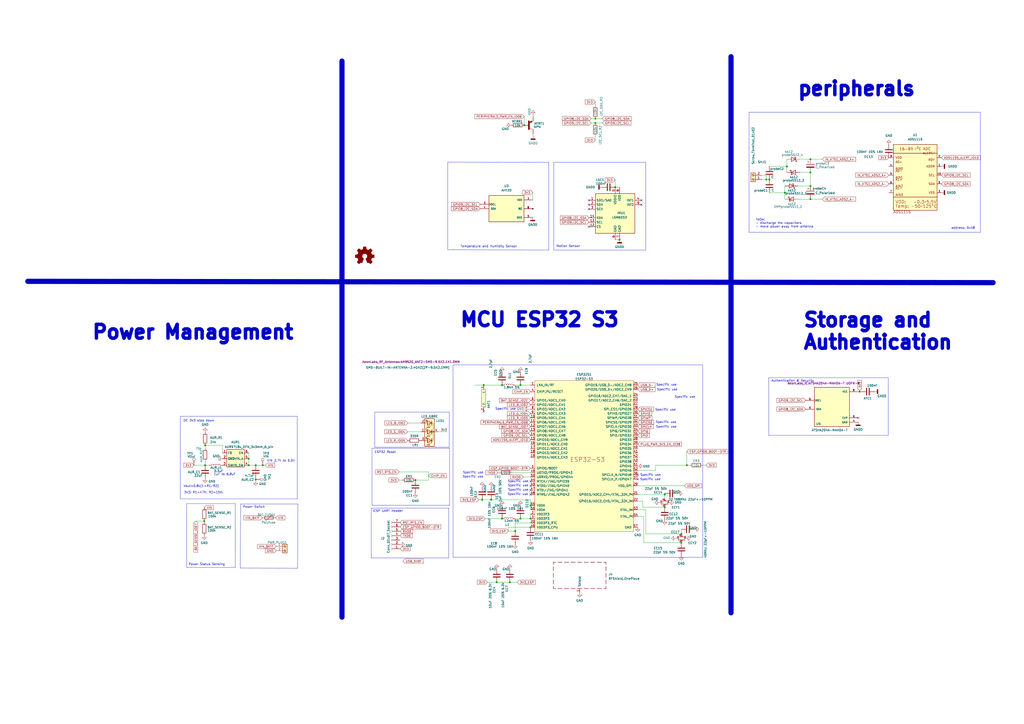
<source format=kicad_sch>
(kicad_sch (version 20240101) (generator "eeschema") (generator_version "8.99")
  (paper "A2")
  (lib_symbols
    (symbol "AeonLabs_Sensors:ADS1115" (pin_names (offset 1.016))
      (property "Reference" "U" (at -12.7024 19.6887 0))
      (property "Value" "ADS1115" (at 0 0 0))
      (symbol "ADS1115_0_0"
        (text "-0.3~5.5V" (at -1.2717 -15.2604 0) (effects (font (size 1.7804 1.7804)) (justify left bottom)))
        (text "-50~125°C" (at -2.5418 -17.7925 0) (effects (font (size 1.7793 1.7793)) (justify left bottom)))
        (text "16-Bit I²C ADC" (at 0 16.513 0) (effects (font (size 1.5243 1.5243))))
        (text "A0+" (at -11.4486 8.9045 0) (effects (font (size 1.2721 1.2721)) (justify left)))
        (text "A0-" (at -11.4302 3.8101 0) (effects (font (size 1.27 1.27)) (justify left)))
        (text "A1+" (at -11.4373 -1.2708 0) (effects (font (size 1.2708 1.2708)) (justify left)))
        (text "A1-" (at -11.4484 -6.3603 0) (effects (font (size 1.272 1.272)) (justify left)))
        (text "ADDR" (at 11.4447 6.3582 0) (effects (font (size 1.2716 1.2716)) (justify right)))
        (text "ADS1115" (at -12.7079 -20.9681 0) (effects (font (size 1.525 1.525)) (justify left bottom)))
        (text "AIN0" (at -11.4486 5.0924 0) (effects (font (size 1.2721 1.2721)) (justify left)))
        (text "AIN1" (at -11.4302 0 0) (effects (font (size 1.27 1.27)) (justify left)))
        (text "AIN2" (at -11.4373 -5.0816 0) (effects (font (size 1.2708 1.2708)) (justify left)))
        (text "AIN3" (at -11.4484 -10.1723 0) (effects (font (size 1.272 1.272)) (justify left)))
        (text "ALERT/" (at 11.4389 13.9809 0) (effects (font (size 1.271 1.271)) (justify right)))
        (text "RDY" (at 11.4389 10.1699 0) (effects (font (size 1.271 1.271)) (justify right)))
        (text "SCL" (at 11.4523 1.2725 0) (effects (font (size 1.2725 1.2725)) (justify right)))
        (text "SDA" (at 11.4503 -3.8168 0) (effects (font (size 1.2723 1.2723)) (justify right)))
        (text "Temp:" (at -11.4321 -17.7833 0) (effects (font (size 1.7783 1.7783)) (justify left bottom)))
        (text "VDD" (at -11.4468 11.4468 0) (effects (font (size 1.2719 1.2719)) (justify left)))
        (text "VDD:" (at -11.4341 -15.2454 0) (effects (font (size 1.7786 1.7786)) (justify left bottom)))
        (text "VSS" (at 11.4432 -8.9003 0) (effects (font (size 1.2715 1.2715)) (justify right)))
        (pin bidirectional line (at 15.24 6.35 180) (length 2.54) (name "~") (number "1"))
        (pin bidirectional line (at 15.24 1.27 180) (length 2.54) (name "~") (number "10"))
        (pin bidirectional line (at 15.24 11.43 180) (length 2.54) (name "~") (number "2"))
        (pin bidirectional line (at 15.24 -8.89 180) (length 2.54) (name "~") (number "3"))
        (pin bidirectional line (at -15.24 6.35 0) (length 2.54) (name "~") (number "4"))
        (pin bidirectional line (at -15.24 1.27 0) (length 2.54) (name "~") (number "5"))
        (pin bidirectional line (at -15.24 -3.81 0) (length 2.54) (name "~") (number "6"))
        (pin bidirectional line (at -15.24 -8.89 0) (length 2.54) (name "~") (number "7"))
        (pin bidirectional line (at -15.24 11.43 0) (length 2.54) (name "~") (number "8"))
        (pin bidirectional line (at 15.24 -3.81 180) (length 2.54) (name "~") (number "9"))
      )
    )
    (symbol "Connector:Conn_01x07_Socket" (pin_names (offset 1.016) hide)
      (property "Reference" "J" (at 0 10.16 0))
      (property "Value" "Conn_01x07_Socket" (at 0 -10.16 0))
      (symbol "Conn_01x07_Socket_1_1"
        (pin passive line (at -5.08 7.62 0) (length 3.81) (name "Pin_1") (number "1"))
        (pin passive line (at -5.08 5.08 0) (length 3.81) (name "Pin_2") (number "2"))
        (pin passive line (at -5.08 2.54 0) (length 3.81) (name "Pin_3") (number "3"))
        (pin passive line (at -5.08 0 0) (length 3.81) (name "Pin_4") (number "4"))
        (pin passive line (at -5.08 -2.54 0) (length 3.81) (name "Pin_5") (number "5"))
        (pin passive line (at -5.08 -5.08 0) (length 3.81) (name "Pin_6") (number "6"))
        (pin passive line (at -5.08 -7.62 0) (length 3.81) (name "Pin_7") (number "7"))
      )
    )
    (symbol "Connector:Screw_Terminal_01x02" (pin_names (offset 1.016) hide)
      (property "Reference" "J" (at 0 2.54 0))
      (property "Value" "Screw_Terminal_01x02" (at 0 -5.08 0))
      (symbol "Screw_Terminal_01x02_1_1"
        (pin passive line (at -5.08 0 0) (length 3.81) (name "Pin_1") (number "1"))
        (pin passive line (at -5.08 -2.54 0) (length 3.81) (name "Pin_2") (number "2"))
      )
    )
    (symbol "Connector:TestPoint" (pin_numbers hide) (pin_names (offset 0.762) hide)
      (property "Reference" "TP" (at 0 6.858 0))
      (property "Value" "TestPoint" (at 0 5.08 0))
      (symbol "TestPoint_1_1"
        (pin passive line (at 0 0 90) (length 2.54) (name "1") (number "1"))
      )
    )
    (symbol "Device:ATSHA204A-MAHDA-T" (pin_names (offset 1.016))
      (property "Reference" "U" (at -9.906 7.62 0))
      (property "Value" "ATSHA204A-MAHDA-T" (at -10.1854 -15.2654 0))
      (property "Footprint" "Package_SO:ATSHA204A Auth SOIC8" (at -7.112 14.478 0))
      (symbol "ATSHA204A-MAHDA-T_0_0"
        (pin power_in line (at 15.24 -10.16 180) (length 5.08) (name "GND") (number "4"))
        (pin bidirectional line (at -15.24 -2.54 0) (length 5.08) (name "SDA") (number "5"))
        (pin input clock (at -15.24 2.54 0) (length 5.08) (name "SCL") (number "6"))
        (pin power_in line (at 15.24 7.62 180) (length 5.08) (name "VCC") (number "8"))
        (pin power_in line (at 15.24 -7.62 180) (length 5.08) (name "EXP") (number "9"))
      )
    )
    (symbol "Device:C" (pin_numbers hide) (pin_names (offset 0.254))
      (property "Reference" "C" (at 0.635 2.54 0))
      (property "Value" "C" (at 0.635 -2.54 0))
      (symbol "C_1_1"
        (pin passive line (at 0 3.81 270) (length 2.794) (name "~") (number "1"))
        (pin passive line (at 0 -3.81 90) (length 2.794) (name "~") (number "2"))
      )
    )
    (symbol "Device:C_Polarized" (pin_numbers hide) (pin_names (offset 0.254))
      (property "Reference" "C" (at 0.635 2.54 0))
      (property "Value" "C_Polarized" (at 0.635 -2.54 0))
      (symbol "C_Polarized_1_1"
        (pin passive line (at 0 3.81 270) (length 2.794) (name "~") (number "1"))
        (pin passive line (at 0 -3.81 90) (length 2.794) (name "~") (number "2"))
      )
    )
    (symbol "Device:Crystal_GND24_Small" (pin_names (offset 1.016) hide)
      (property "Reference" "Y" (at 1.27 4.445 0))
      (property "Value" "Crystal_GND24_Small" (at 1.27 2.54 0))
      (symbol "Crystal_GND24_Small_1_1"
        (pin passive line (at -2.54 0 0) (length 1.27) (name "1") (number "1"))
        (pin passive line (at 0 -2.54 90) (length 0.635) (name "2") (number "2"))
        (pin passive line (at 2.54 0 180) (length 1.27) (name "3") (number "3"))
        (pin passive line (at 0 2.54 270) (length 0.635) (name "4") (number "4"))
      )
    )
    (symbol "Device:D_Schottky" (pin_numbers hide) (pin_names (offset 1.016) hide)
      (property "Reference" "D" (at 0 2.54 0))
      (property "Value" "D_Schottky" (at 0 -2.54 0))
      (symbol "D_Schottky_1_1"
        (pin passive line (at -3.81 0 0) (length 2.54) (name "K") (number "1"))
        (pin passive line (at 3.81 0 180) (length 2.54) (name "A") (number "2"))
      )
    )
    (symbol "Device:L" (pin_numbers hide) (pin_names (offset 1.016) hide)
      (property "Reference" "L" (at -1.27 0 90))
      (property "Value" "L" (at 1.905 0 90))
      (symbol "L_1_1"
        (pin passive line (at 0 3.81 270) (length 1.27) (name "1") (number "1"))
        (pin passive line (at 0 -3.81 90) (length 1.27) (name "2") (number "2"))
      )
    )
    (symbol "Device:LED_GBRC" (pin_names (offset 0) hide)
      (property "Reference" "D" (at 0 9.398 0))
      (property "Value" "Device_LED_GBRC" (at 0 -8.89 0))
      (symbol "LED_GBRC_0_0"
        (text "B" (at 1.905 -6.35 0) (effects (font (size 1.27 1.27))))
        (text "G" (at 1.905 -1.27 0) (effects (font (size 1.27 1.27))))
        (text "R" (at 1.905 3.81 0) (effects (font (size 1.27 1.27))))
      )
      (symbol "LED_GBRC_1_1"
        (pin passive line (at 5.08 0 180) (length 2.54) (name "GA") (number "1"))
        (pin passive line (at 5.08 -5.08 180) (length 2.54) (name "BA") (number "2"))
        (pin passive line (at 5.08 5.08 180) (length 2.54) (name "RA") (number "3"))
        (pin passive line (at -5.08 0 0) (length 2.54) (name "K") (number "4"))
      )
    )
    (symbol "Device:Polyfuse" (pin_numbers hide) (pin_names (offset 0))
      (property "Reference" "F" (at -2.54 0 90))
      (property "Value" "Polyfuse" (at 2.54 0 90))
      (symbol "Polyfuse_1_1"
        (pin passive line (at 0 3.81 270) (length 1.27) (name "~") (number "1"))
        (pin passive line (at 0 -3.81 90) (length 1.27) (name "~") (number "2"))
      )
    )
    (symbol "Device:R" (pin_numbers hide) (pin_names (offset 0))
      (property "Reference" "R" (at 2.032 0 90))
      (property "Value" "R" (at 0 0 90))
      (symbol "R_1_1"
        (pin passive line (at 0 3.81 270) (length 1.27) (name "~") (number "1"))
        (pin passive line (at 0 -3.81 90) (length 1.27) (name "~") (number "2"))
      )
    )
    (symbol "Device:RFShield_OnePiece" (pin_names (offset 1.016))
      (property "Reference" "J" (at 0 5.08 0))
      (property "Value" "RFShield_OnePiece" (at 0 2.54 0))
      (symbol "RFShield_OnePiece_1_1"
        (pin passive line (at 0 -10.16 90) (length 2.54) (name "Shield") (number "1"))
      )
    )
    (symbol "Device:SMD-BUILT-IN-ANTENNA-2.4GHZ(2P-9.5X2.1MM)" (pin_names (offset 1.016))
      (property "Reference" "ANT" (at -2.54 1.905 0))
      (property "Footprint" "RF_Antenna:AN9520_ANT2-SMD-9.5X2.1X1.0MM" (at -7.62 5.08 0))
      (symbol "SMD-BUILT-IN-ANTENNA-2.4GHZ(2P-9.5X2.1MM)_0_0"
        (pin bidirectional line (at -7.62 0 0) (length 2.54) (name "1") (number "1"))
        (pin bidirectional line (at 7.62 0 180) (length 2.54) (name "2") (number "2"))
      )
    )
    (symbol "Espressif:ESP32-S3" (pin_names (offset 1.016))
      (property "Reference" "U" (at 0 46.99 0))
      (property "Value" "ESP32-S3" (at 0 -43.18 0))
      (symbol "ESP32-S3_0_0"
        (text "ESP32-S3" (at 1.27 0 0) (effects (font (size 2.54 2.54))))
        (pin bidirectional line (at 30.48 -8.89 180) (length 2.54) (name "SPICLK_N/GPIO48") (number "36"))
        (pin bidirectional line (at 30.48 -11.43 180) (length 2.54) (name "SPICLK_P/GPIO47") (number "37"))
      )
      (symbol "ESP32-S3_1_1"
        (pin bidirectional line (at -31.75 43.18 0) (length 2.54) (name "LNA_IN/RF") (number "1"))
        (pin bidirectional line (at -31.75 24.13 0) (length 2.54) (name "GPIO5/ADC1_CH4") (number "10"))
        (pin bidirectional line (at -31.75 21.59 0) (length 2.54) (name "GPIO6/ADC1_CH5") (number "11"))
        (pin bidirectional line (at -31.75 19.05 0) (length 2.54) (name "GPIO7/ADC1_CH6") (number "12"))
        (pin bidirectional line (at -31.75 16.51 0) (length 2.54) (name "GPIO8/ADC1_CH7") (number "13"))
        (pin bidirectional line (at -31.75 13.97 0) (length 2.54) (name "GPIO9/ADC1_CH8") (number "14"))
        (pin bidirectional line (at -31.75 11.43 0) (length 2.54) (name "GPIO10/ADC1_CH9") (number "15"))
        (pin bidirectional line (at -31.75 8.89 0) (length 2.54) (name "GPIO11/ADC2_CH0") (number "16"))
        (pin bidirectional line (at -31.75 6.35 0) (length 2.54) (name "GPIO12/ADC2_CH1") (number "17"))
        (pin bidirectional line (at -31.75 3.81 0) (length 2.54) (name "GPIO13/ADC2_CH2") (number "18"))
        (pin bidirectional line (at -31.75 1.27 0) (length 2.54) (name "GPIO14/ADC2_CH3") (number "19"))
        (pin power_in line (at -31.75 -31.75 0) (length 2.54) (name "VDD3P3") (number "2"))
        (pin power_in line (at -31.75 -36.83 0) (length 2.54) (name "VDD3P3_RTC") (number "20"))
        (pin input clock (at 30.48 -20.32 180) (length 2.54) (name "GPIO15/ADC2_CH4/XTAL_32K_P") (number "21"))
        (pin output clock (at 30.48 -24.13 180) (length 2.54) (name "GPIO16/ADC2_CH5/XTAL_32K_N") (number "22"))
        (pin bidirectional line (at 30.48 34.29 180) (length 2.54) (name "GPIO17/ADC2_CH6/DAC_2") (number "23"))
        (pin bidirectional line (at 30.48 36.83 180) (length 2.54) (name "GPIO18/ADC2_CH7/DAC_1") (number "24"))
        (pin bidirectional line (at 30.48 43.18 180) (length 2.54) (name "GPIO19/USB_D-/ADC2_CH8") (number "25"))
        (pin bidirectional line (at 30.48 40.64 180) (length 2.54) (name "GPIO20/USB_D+/ADC2_CH9") (number "26"))
        (pin bidirectional line (at 30.48 31.75 180) (length 2.54) (name "GPIO21") (number "27"))
        (pin bidirectional line (at 30.48 29.21 180) (length 2.54) (name "SPI_CS1/GPIO26") (number "28"))
        (pin power_out line (at 30.48 -15.24 180) (length 2.54) (name "VDD_SPI") (number "29"))
        (pin power_in line (at -31.75 -34.29 0) (length 2.54) (name "VDD3P3") (number "3"))
        (pin bidirectional line (at 30.48 26.67 180) (length 2.54) (name "SPIHD/GPIO27") (number "30"))
        (pin bidirectional line (at 30.48 24.13 180) (length 2.54) (name "SPIWP/GPIO28") (number "31"))
        (pin bidirectional line (at 30.48 21.59 180) (length 2.54) (name "SPICS0/GPIO29") (number "32"))
        (pin bidirectional line (at 30.48 19.05 180) (length 2.54) (name "SPICLK/GPIO30") (number "33"))
        (pin bidirectional line (at 30.48 16.51 180) (length 2.54) (name "SPIQ/GPIO31") (number "34"))
        (pin bidirectional line (at 30.48 13.97 180) (length 2.54) (name "SPID/GPIO32") (number "35"))
        (pin bidirectional line (at 30.48 11.43 180) (length 2.54) (name "GPIO33") (number "38"))
        (pin bidirectional line (at 30.48 8.89 180) (length 2.54) (name "GPIO34") (number "39"))
        (pin input line (at -31.75 39.37 0) (length 2.54) (name "CHIP_PU/RESET") (number "4"))
        (pin bidirectional line (at 30.48 6.35 180) (length 2.54) (name "GPIO35") (number "40"))
        (pin bidirectional line (at 30.48 3.81 180) (length 2.54) (name "GPIO36") (number "41"))
        (pin bidirectional line (at 30.48 1.27 180) (length 2.54) (name "GPIO37") (number "42"))
        (pin bidirectional line (at 30.48 -1.27 180) (length 2.54) (name "GPIO38") (number "43"))
        (pin bidirectional line (at -31.75 -12.7 0) (length 2.54) (name "MTCK/JTAG/GPIO39") (number "44"))
        (pin bidirectional line (at -31.75 -15.24 0) (length 2.54) (name "MTDO/JTAG/GPIO40") (number "45"))
        (pin power_in line (at -31.75 -39.37 0) (length 2.54) (name "VDD3P3_CPU") (number "46"))
        (pin bidirectional line (at -31.75 -17.78 0) (length 2.54) (name "MTDI/JTAG/GPIO41") (number "47"))
        (pin bidirectional line (at -31.75 -20.32 0) (length 2.54) (name "MTMS/JTAG/GPIO42") (number "48"))
        (pin bidirectional line (at -31.75 -7.62 0) (length 2.54) (name "U0TXD/PROG/GPIO43") (number "49"))
        (pin bidirectional line (at -31.75 -5.08 0) (length 2.54) (name "GPIO0/BOOT") (number "5"))
        (pin bidirectional line (at -31.75 -10.16 0) (length 2.54) (name "U0RXD/PROG/GPIO44") (number "50"))
        (pin bidirectional line (at 30.48 -3.81 180) (length 2.54) (name "GPIO45") (number "51"))
        (pin bidirectional line (at 30.48 -6.35 180) (length 2.54) (name "GPIO46") (number "52"))
        (pin input clock (at 30.48 -29.21 180) (length 2.54) (name "XTAL_N") (number "53"))
        (pin output clock (at 30.48 -33.02 180) (length 2.54) (name "XTAL_P") (number "54"))
        (pin power_in line (at -31.75 -26.67 0) (length 2.54) (name "VDDA") (number "55"))
        (pin power_in line (at -31.75 -29.21 0) (length 2.54) (name "VDDA") (number "56"))
        (pin power_in line (at 30.48 -39.37 180) (length 2.54) (name "GND") (number "57"))
        (pin bidirectional line (at -31.75 34.29 0) (length 2.54) (name "GPIO1/ADC1_CH0") (number "6"))
        (pin bidirectional line (at -31.75 31.75 0) (length 2.54) (name "GPIO2/ADC1_CH1") (number "7"))
        (pin bidirectional line (at -31.75 29.21 0) (length 2.54) (name "GPIO3/ADC1_CH2") (number "8"))
        (pin bidirectional line (at -31.75 26.67 0) (length 2.54) (name "GPIO4/ADC1_CH3") (number "9"))
      )
    )
    (symbol "Graphic:Logo_Open_Hardware_Small" (pin_names (offset 1.016)))
    (symbol "MMBT2907A:MMBT2907A" (pin_numbers hide) (pin_names (offset 1.016) hide)
      (property "Reference" "Q" (at -10.1854 5.1054 0))
      (property "Value" "MMBT2907A_MMBT2907A" (at -10.16 -7.62 0))
      (symbol "MMBT2907A_0_0"
        (pin passive line (at -2.54 0 0) (length 2.54) (name "~") (number "1"))
        (pin passive line (at 2.54 5.08 270) (length 2.54) (name "~") (number "2"))
        (pin passive line (at 2.54 -5.08 90) (length 2.54) (name "~") (number "3"))
      )
    )
    (symbol "Power_Management:ST01S09_AUR9718x_DFN_3x3mm_6_pin"
      (property "Reference" "AU1" (at -2.54 10.033 0))
      (property "Value" "AUR9718x_DFN_3x3mm_6_pin" (at -2.54 7.493 0))
      (symbol "ST01S09_AUR9718x_DFN_3x3mm_6_pin_1_1"
        (pin input line (at -10.16 3.048 0) (length 2.54) (name "FB") (number "1"))
        (pin output line (at -10.16 -0.254 0) (length 2.54) (name "GND") (number "2"))
        (pin bidirectional line (at -10.16 -4.064 0) (length 2.54) (name "SW") (number "3"))
        (pin input line (at 5.08 -4.064 180) (length 2.54) (name "VIN_SW") (number "4"))
        (pin power_out line (at 5.08 -0.254 180) (length 2.54) (name "VIN_A") (number "5"))
        (pin power_in line (at 5.08 3.048 180) (length 2.54) (name "EN") (number "6"))
        (pin output line (at -10.16 -0.254 0) (length 2.54) (name "GND") (number "7"))
      )
    )
    (symbol "Sensor:AHT20" (pin_names (offset 1.016))
      (property "Reference" "U" (at -10.16 8.509 0))
      (property "Value" "AHT20" (at -10.16 -10.16 0))
      (symbol "AHT20_0_0"
        (pin no_connect line (at 15.24 0 180) (length 5.08) (name "NC") (number "1"))
        (pin power_in line (at 15.24 5.08 180) (length 5.08) (name "VDD") (number "2"))
        (pin input clock (at -15.24 2.54 0) (length 5.08) (name "SCL") (number "3"))
        (pin bidirectional line (at -15.24 0 0) (length 5.08) (name "SDA") (number "4"))
        (pin power_in line (at 15.24 -5.08 180) (length 5.08) (name "GND") (number "5"))
        (pin no_connect line (at 15.24 0 180) (length 5.08) (name "NC") (number "6"))
      )
    )
    (symbol "Sensor_Motion:LSM6DS3"
      (property "Reference" "U" (at -11.43 15.24 0))
      (property "Value" "LSM6DS3" (at -11.43 12.7 0))
      (symbol "LSM6DS3_1_1"
        (pin bidirectional line (at -15.24 7.62 0) (length 3.81) (name "SDO/SA0") (number "1"))
        (pin no_connect line (at 10.16 -5.08 180) (length 3.81) hide (name "NC") (number "10"))
        (pin no_connect line (at 10.16 -2.54 180) (length 3.81) hide (name "NC") (number "11"))
        (pin input line (at -15.24 -7.62 0) (length 3.81) (name "CS") (number "12"))
        (pin input line (at -15.24 -5.08 0) (length 3.81) (name "SCL") (number "13"))
        (pin bidirectional line (at -15.24 -2.54 0) (length 3.81) (name "SDA") (number "14"))
        (pin bidirectional line (at -15.24 5.08 0) (length 3.81) (name "SDX") (number "2"))
        (pin input line (at -15.24 2.54 0) (length 3.81) (name "SCX") (number "3"))
        (pin output line (at 15.24 7.62 180) (length 3.81) (name "INT1") (number "4"))
        (pin power_in line (at 0 15.24 270) (length 3.81) (name "VDDIO") (number "5"))
        (pin power_in line (at 0 -15.24 90) (length 3.81) (name "GND") (number "6"))
        (pin power_in line (at 2.54 -15.24 90) (length 3.81) (name "GND") (number "7"))
        (pin power_in line (at 2.54 15.24 270) (length 3.81) (name "VDD") (number "8"))
        (pin output line (at 15.24 5.08 180) (length 3.81) (name "INT2") (number "9"))
      )
    )
    (symbol "power:GND" (power) (pin_names (offset 0))
      (property "Value" "GND" (at 0 -3.81 0))
      (symbol "GND_1_1"
        (pin power_in line (at 0 0 270) (length 0) hide (name "GND") (number "1"))
      )
    )
    (symbol "power:GNDD" (power) (pin_names (offset 0))
      (property "Value" "GNDD" (at 0 -3.175 0))
      (symbol "GNDD_1_1"
        (pin power_in line (at 0 0 270) (length 0) hide (name "GNDD") (number "1"))
      )
    )
  )
  (junction (at 444.5 104.14))
  (junction (at 456.438 96.52))
  (junction (at 284.8864 289.9156))
  (junction (at 395.2494 314.8076))
  (junction (at 144.272 266.065))
  (junction (at 470.1032 115.5192))
  (junction (at 385.5974 286.8676))
  (junction (at 356.87 108.585))
  (junction (at 298.8564 308.0766))
  (junction (at 148.336 269.875))
  (junction (at 498.6782 227.1776))
  (junction (at 345.3384 68.8086))
  (junction (at 148.336 278.13))
  (junction (at 446.3288 104.14))
  (junction (at 301.9044 223.3676))
  (junction (at 307.7464 300.8376))
  (junction (at 144.272 269.875))
  (junction (at 307.7464 305.9176))
  (junction (at 304.1396 72.6186))
  (junction (at 470.1032 107.8992))
  (junction (at 470.1032 99.9998))
  (junction (at 279.7048 289.9156))
  (junction (at 291.2364 300.8376))
  (junction (at 359.41 139.065))
  (junction (at 301.9044 300.8376))
  (junction (at 118.999 258.318))
  (junction (at 152.4 269.875))
  (junction (at 280.5684 223.3676))
  (junction (at 455.2696 111.76))
  (junction (at 470.1032 92.3798))
  (junction (at 385.5974 294.2336))
  (junction (at 240.9444 278.4856))
  (junction (at 395.2494 309.7276))
  (junction (at 291.2364 223.3676))
  (junction (at 307.7464 293.2176))
  (junction (at 118.999 269.875))
  (junction (at 288.1376 337.7438))
  (junction (at 398.399 269.8496))
  (junction (at 118.491 302.26))
  (junction (at 345.3384 71.3486))
  (junction (at 295.7576 337.7438))
  (no_connect (at 307.7464 281.7876))
  (no_connect (at 307.7464 286.8676))
  (no_connect (at 341.63 116.205))
  (no_connect (at 372.11 118.745))
  (no_connect (at 497.7892 242.4176))
  (no_connect (at 280.5938 238.633))
  (no_connect (at 369.9764 277.9776))
  (no_connect (at 341.63 131.445))
  (no_connect (at 341.63 121.285))
  (no_connect (at 372.11 116.205))
  (no_connect (at 307.7464 279.2476))
  (no_connect (at 369.9764 275.4376))
  (no_connect (at 307.7464 284.3276))
  (no_connect (at 341.63 118.745))
  (wire (pts (xy 118.491 302.26) (xy 118.491 302.895)))
  (wire (pts (xy 236.4994 250.4694) (xy 244.1194 250.4694)))
  (polyline (pts (xy 515.1882 252.5776) (xy 445.9732 252.5776)))
  (wire (pts (xy 470.1032 99.9998) (xy 470.1032 107.8992)))
  (wire (pts (xy 456.4888 92.3798) (xy 456.4888 96.52)))
  (wire (pts (xy 231.5464 278.4856) (xy 233.3244 278.4856)))
  (polyline (pts (xy 260.8834 293.0906) (xy 215.7984 293.0906)))
  (wire (pts (xy 373.4054 299.5676) (xy 369.9764 299.5676)))
  (polyline (pts (xy 318.262 94.107) (xy 318.262 145.034)))
  (wire (pts (xy 446.3288 104.14) (xy 446.3542 104.14)))
  (polyline (pts (xy 321.183 145.034) (xy 321.183 94.107)))
  (wire (pts (xy 277.6728 289.8648) (xy 279.7048 289.8648)))
  (wire (pts (xy 385.5974 286.8676) (xy 385.5974 289.0266)))
  (wire (pts (xy 345.3384 68.8086) (xy 349.4024 68.8086)))
  (wire (pts (xy 369.9764 286.8676) (xy 385.5974 286.8676)))
  (wire (pts (xy 284.9372 289.9664) (xy 284.8864 289.9664)))
  (wire (pts (xy 395.2494 314.9346) (xy 395.2494 314.8076)))
  (polyline (pts (xy 215.7984 293.0906) (xy 215.7984 260.0706)))
  (polyline (pts (xy 515.1882 219.0496) (xy 515.1882 252.5776)))
  (wire (pts (xy 113.538 302.26) (xy 118.491 302.26)))
  (wire (pts (xy 359.41 139.065) (xy 356.87 139.065)))
  (wire (pts (xy 148.336 279.019) (xy 148.336 278.13)))
  (polyline (pts (xy 434.4924 65.151) (xy 568.7314 65.151)))
  (polyline (pts (xy 260.3754 294.7162) (xy 260.3754 323.6722)))
  (polyline (pts (xy 321.183 145.034) (xy 374.523 145.034)))
  (wire (pts (xy 400.1262 269.8496) (xy 398.399 269.8496)))
  (wire (pts (xy 279.7302 289.9664) (xy 279.7048 289.9664)))
  (polyline (pts (xy 215.7984 260.0706) (xy 260.7564 260.0706)))
  (wire (pts (xy 456.438 96.52) (xy 456.438 99.9998)))
  (wire (pts (xy 462.8896 107.8992) (xy 470.1032 107.8992)))
  (wire (pts (xy 284.8864 289.9156) (xy 279.7048 289.9156)))
  (wire (pts (xy 304.1396 67.5386) (xy 304.1396 72.6186)))
  (wire (pts (xy 342.9254 71.3486) (xy 345.3384 71.3486)))
  (wire (pts (xy 282.8036 337.7438) (xy 288.1376 337.7438)))
  (polyline (pts (xy 259.7404 144.9324) (xy 259.7404 94.0054)))
  (polyline (pts (xy 172.466 289.433) (xy 104.521 289.433)))
  (wire (pts (xy 118.999 269.875) (xy 118.999 267.589)))
  (wire (pts (xy 356.87 104.3686) (xy 356.87 108.585)))
  (polyline (pts (xy 16.129 163.195) (xy 576.072 163.957)) (stroke (width 3)))
  (wire (pts (xy 446.3288 111.76) (xy 455.2696 111.76)))
  (wire (pts (xy 294.9194 305.9176) (xy 307.7464 305.9176)))
  (wire (pts (xy 380.2634 272.8976) (xy 380.2634 269.8496)))
  (polyline (pts (xy 172.466 241.554) (xy 172.466 289.433)))
  (wire (pts (xy 248.5644 273.7866) (xy 248.5644 278.4856)))
  (wire (pts (xy 309.2196 66.6496) (xy 309.2196 67.5386)))
  (polyline (pts (xy 407.5684 211.6836) (xy 407.5684 323.1896)))
  (wire (pts (xy 295.7576 337.7438) (xy 300.0502 337.7438)))
  (polyline (pts (xy 139.3952 329.4888) (xy 139.573 292.354)))
  (wire (pts (xy 359.41 108.585) (xy 356.87 108.585)))
  (wire (pts (xy 385.5974 294.2336) (xy 385.5974 294.1066)))
  (polyline (pts (xy 260.6294 259.3594) (xy 260.6294 239.0394)))
  (wire (pts (xy 307.7464 303.3776) (xy 298.8564 303.3776)))
  (wire (pts (xy 398.399 269.8496) (xy 398.399 261.874)))
  (wire (pts (xy 385.5974 294.2336) (xy 372.7704 294.2336)))
  (wire (pts (xy 307.7464 289.9156) (xy 307.7464 293.2176)))
  (wire (pts (xy 383.0574 291.5666) (xy 382.4224 291.5666)))
  (wire (pts (xy 297.0784 274.1676) (xy 307.7464 274.1676)))
  (wire (pts (xy 342.9254 68.8086) (xy 345.3384 68.8086)))
  (wire (pts (xy 345.3384 59.1566) (xy 345.3384 61.1886)))
  (polyline (pts (xy 108.331 292.1) (xy 108.331 329.184)))
  (wire (pts (xy 306.8574 237.3376) (xy 307.7464 237.3376)))
  (wire (pts (xy 455.295 111.76) (xy 455.295 115.5192)))
  (wire (pts (xy 284.8864 289.9156) (xy 307.7464 289.9156)))
  (polyline (pts (xy 217.4494 239.0394) (xy 217.4494 259.3594)))
  (wire (pts (xy 118.999 258.318) (xy 118.999 259.969)))
  (wire (pts (xy 464.1088 92.3798) (xy 470.1032 92.3798)))
  (wire (pts (xy 298.8564 223.3676) (xy 301.9044 223.3676)))
  (wire (pts (xy 121.412 269.875) (xy 118.999 269.875)))
  (wire (pts (xy 307.7464 298.2976) (xy 307.7464 300.8376)))
  (wire (pts (xy 307.6194 271.6276) (xy 307.7464 271.6276)))
  (wire (pts (xy 281.4574 300.8376) (xy 291.2364 300.8376)))
  (wire (pts (xy 309.0418 111.633) (xy 309.0418 116.0018)))
  (wire (pts (xy 385.5974 301.8536) (xy 385.5974 301.7266)))
  (wire (pts (xy 112.522 269.875) (xy 118.999 269.875)))
  (wire (pts (xy 455.2696 111.76) (xy 455.295 111.76)))
  (polyline (pts (xy 434.4924 134.747) (xy 568.7314 134.747)))
  (wire (pts (xy 279.7048 289.8648) (xy 279.7048 289.9156)))
  (polyline (pts (xy 260.3754 294.7162) (xy 215.4174 294.7162)))
  (polyline (pts (xy 424.053 32.893) (xy 424.053 355.473)) (stroke (width 3)))
  (wire (pts (xy 444.5 101.6) (xy 444.5 104.14)))
  (wire (pts (xy 464.058 99.9998) (xy 470.1032 99.9998)))
  (polyline (pts (xy 260.6294 239.0394) (xy 217.4494 239.0394)))
  (polyline (pts (xy 445.9732 219.0496) (xy 515.1882 219.0496)))
  (polyline (pts (xy 434.4924 65.024) (xy 434.4924 134.747)))
  (polyline (pts (xy 217.4494 259.3594) (xy 260.6294 259.3594)))
  (polyline (pts (xy 445.9732 252.5776) (xy 445.9732 219.0496)))
  (wire (pts (xy 395.2494 322.5546) (xy 395.2494 322.4276)))
  (polyline (pts (xy 139.3952 329.4888) (xy 172.593 329.565)))
  (wire (pts (xy 373.4054 314.8076) (xy 395.2494 314.8076)))
  (wire (pts (xy 244.1194 245.3894) (xy 236.6264 245.3894)))
  (polyline (pts (xy 136.525 329.184) (xy 108.331 329.184)))
  (wire (pts (xy 470.1032 107.9246) (xy 470.1032 107.8992)))
  (wire (pts (xy 441.96 101.6) (xy 444.5 101.6)))
  (wire (pts (xy 144.272 262.763) (xy 144.272 266.065)))
  (wire (pts (xy 309.2196 78.9178) (xy 309.2196 77.6986)))
  (polyline (pts (xy 104.521 289.433) (xy 104.521 241.554)))
  (wire (pts (xy 288.8234 274.1676) (xy 289.4584 274.1676)))
  (wire (pts (xy 279.7048 289.9664) (xy 279.7048 289.9156)))
  (wire (pts (xy 144.272 269.875) (xy 148.336 269.875)))
  (wire (pts (xy 231.5464 273.7866) (xy 248.5644 273.7866)))
  (wire (pts (xy 298.8564 300.8376) (xy 301.9044 300.8376)))
  (wire (pts (xy 148.336 278.13) (xy 148.336 277.495)))
  (wire (pts (xy 372.7704 294.2336) (xy 372.7704 290.6776)))
  (wire (pts (xy 288.1376 337.7438) (xy 295.7576 337.7438)))
  (polyline (pts (xy 104.521 241.554) (xy 172.466 241.554)))
  (wire (pts (xy 395.2494 309.7276) (xy 374.6754 309.7276)))
  (wire (pts (xy 301.9044 223.3676) (xy 307.7464 223.3676)))
  (wire (pts (xy 455.2696 107.8992) (xy 455.2696 111.76)))
  (polyline (pts (xy 172.847 292.354) (xy 172.593 329.565)))
  (wire (pts (xy 298.8564 308.0766) (xy 294.9194 308.0766)))
  (polyline (pts (xy 259.7404 94.0054) (xy 318.262 94.107)))
  (wire (pts (xy 369.9764 272.8976) (xy 380.2634 272.8976)))
  (wire (pts (xy 374.6754 295.7576) (xy 374.6754 309.7276)))
  (polyline (pts (xy 321.183 94.107) (xy 374.523 94.107)))
  (wire (pts (xy 345.3384 71.3486) (xy 349.4024 71.3486)))
  (polyline (pts (xy 198.374 35.433) (xy 198.374 358.013)) (stroke (width 3)))
  (wire (pts (xy 497.7892 227.1776) (xy 498.6782 227.1776)))
  (wire (pts (xy 385.5974 286.2326) (xy 385.5974 286.8676)))
  (wire (pts (xy 369.9764 281.7876) (xy 397.0274 281.7876)))
  (wire (pts (xy 373.4054 314.8076) (xy 373.4054 299.5676)))
  (wire (pts (xy 248.5644 278.4856) (xy 240.9444 278.4856)))
  (wire (pts (xy 254.2794 250.4694) (xy 259.3594 250.4694)))
  (polyline (pts (xy 259.7404 144.9324) (xy 318.262 145.034)))
  (wire (pts (xy 498.6782 227.1776) (xy 499.6434 227.1776)))
  (wire (pts (xy 345.3384 78.9686) (xy 345.3384 81.2546)))
  (wire (pts (xy 275.2344 223.3676) (xy 280.5684 223.3676)))
  (polyline (pts (xy 139.573 292.354) (xy 172.847 292.354)))
  (polyline (pts (xy 136.525 292.1) (xy 136.525 329.184)))
  (wire (pts (xy 118.491 302.133) (xy 118.491 302.26)))
  (wire (pts (xy 284.8864 289.9664) (xy 284.8864 289.9156)))
  (wire (pts (xy 307.7464 293.2176) (xy 307.7464 295.7576)))
  (polyline (pts (xy 215.4174 323.6722) (xy 260.3754 323.6722)))
  (polyline (pts (xy 262.7884 211.6836) (xy 407.5684 211.6836)))
  (wire (pts (xy 456.438 96.52) (xy 456.4888 96.52)))
  (wire (pts (xy 144.272 266.065) (xy 144.272 269.875)))
  (polyline (pts (xy 108.331 292.1) (xy 136.525 292.1)))
  (wire (pts (xy 398.399 269.8496) (xy 380.2634 269.8496)))
  (polyline (pts (xy 215.4174 294.7162) (xy 215.4174 323.6722)))
  (wire (pts (xy 409.5242 269.8496) (xy 407.7462 269.8496)))
  (wire (pts (xy 301.9044 300.8376) (xy 307.7464 300.8376)))
  (wire (pts (xy 129.032 262.763) (xy 129.032 258.318)))
  (wire (pts (xy 298.8564 303.3776) (xy 298.8564 308.0766)))
  (wire (pts (xy 444.5 104.14) (xy 446.3288 104.14)))
  (wire (pts (xy 372.7704 290.6776) (xy 369.9764 290.6776)))
  (wire (pts (xy 118.999 258.318) (xy 129.032 258.318)))
  (wire (pts (xy 446.3288 96.52) (xy 456.438 96.52)))
  (polyline (pts (xy 260.7564 260.0706) (xy 260.7564 293.2176)))
  (wire (pts (xy 303.5554 276.7076) (xy 307.7464 276.7076)))
  (wire (pts (xy 462.915 115.5192) (xy 470.1032 115.5192)))
  (polyline (pts (xy 568.7314 134.747) (xy 568.7314 65.151)))
  (wire (pts (xy 148.336 269.875) (xy 152.4 269.875)))
  (wire (pts (xy 395.2494 306.9336) (xy 395.2494 309.7276)))
  (wire (pts (xy 498.6782 226.5172) (xy 498.6782 227.1776)))
  (polyline (pts (xy 374.523 94.107) (xy 374.523 145.034)))
  (wire (pts (xy 441.96 104.14) (xy 444.5 104.14)))
  (polyline (pts (xy 262.7884 323.1896) (xy 262.7884 211.6836)))
  (wire (pts (xy 280.5684 223.3676) (xy 291.2364 223.3676)))
  (wire (pts (xy 470.1032 92.3798) (xy 477.0628 92.3798)))
  (wire (pts (xy 369.9764 295.7576) (xy 374.6754 295.7576)))
  (wire (pts (xy 470.1032 115.5192) (xy 477.0374 115.5192)))
  (polyline (pts (xy 407.5684 323.1896) (xy 262.7884 323.1896)))
  (wire (pts (xy 294.9194 308.0766) (xy 294.9194 305.9176)))
  (wire (pts (xy 152.4 269.875) (xy 153.924 269.875)))
  (wire (pts (xy 392.7094 312.2676) (xy 392.0744 312.2676)))
  (text "Specific use" (at 294.5384 282.4226 0) (effects (font (size 1.27 1.27)) (justify left bottom)))
  (text "Specific use" (at 380.5174 248.3866 0) (effects (font (size 1.27 1.27)) (justify left bottom)))
  (text "peripherals" (at 462.0006 56.261 0) (effects (font (size 8 8) (thickness 2) (bold yes)) (justify left bottom)))
  (text "DC 3V3 step down" (at 106.299 244.856 0) (effects (font (size 1.27 1.27)) (justify left bottom)))
  (text "Specific use" (at 294.5384 280.0096 0) (effects (font (size 1.27 1.27)) (justify left bottom)))
  (text "Power Switch" (at 140.843 294.894 0) (effects (font (size 1.27 1.27)) (justify left bottom)))
  (text "address: 0x48" (at 551.7896 133.096 0) (effects (font (size 1.27 1.27)) (justify left bottom)))
  (text "Temperature and Humidity Sensor" (at 267.081 143.764 0) (effects (font (size 1.27 1.27)) (justify left bottom)))
  (text "Power Status Sensing" (at 109.347 328.168 0) (effects (font (size 1.27 1.27)) (justify left bottom)))
  (text "ToDo:\n- discharge the capacitors\n- move power away from antenna" (at 438.3024 132.3086 0) (effects (font (size 1.27 1.27)) (justify left bottom)))
  (text "Specific use" (at 381.0254 226.7966 0) (effects (font (size 1.27 1.27)) (justify left bottom)))
  (text "Vout=0.8x(1+R1/R2)" (at 106.299 282.829 0) (effects (font (size 1.27 1.27) (italic yes)) (justify left bottom)))
  (text "Specific use" (at 380.3904 245.7196 0) (effects (font (size 1.27 1.27)) (justify left bottom)))
  (text "Specific use" (at 371.2464 278.8666 0) (effects (font (size 1.27 1.27)) (justify left bottom)))
  (text "Motion Sensor" (at 322.707 143.637 0) (effects (font (size 1.27 1.27)) (justify left bottom)))
  (text "Specific use" (at 391.3886 231.0638 0) (effects (font (size 1.27 1.27)) (justify left bottom)))
  (text "Specific use" (at 287.2994 237.9726 0) (effects (font (size 1.27 1.27)) (justify left bottom)))
  (text "ESP32 Reset" (at 217.1954 263.1186 0) (effects (font (size 1.27 1.27) (italic yes)) (justify left bottom)))
  (text "Specific use" (at 371.3734 276.3266 0) (effects (font (size 1.27 1.27)) (justify left bottom)))
  (text "1uF to 6.8uF" (at 123.952 275.971 0) (effects (font (size 1.27 1.27) (italic yes)) (justify left bottom)))
  (text "Storage and \nAuthentication" (at 465.328 203.327 0) (effects (font (size 8 8) (thickness 2) (bold yes)) (justify left bottom)))
  (text "Power Management" (at 52.705 197.485 0) (effects (font (size 8 8) (thickness 2) (bold yes)) (justify left bottom)))
  (text "Specific use" (at 380.0348 238.506 0) (effects (font (size 1.27 1.27)) (justify left bottom)))
  (text "ICSP UART Header" (at 216.0524 297.2562 0) (effects (font (size 1.27 1.27)) (justify left bottom)))
  (text "Specific use" (at 294.6654 284.9626 0) (effects (font (size 1.27 1.27)) (justify left bottom)))
  (text "MCU ESP32 S3" (at 266.192 190.246 0) (effects (font (size 8 8) (thickness 2) (bold yes)) (justify left bottom)))
  (text "Specific use" (at 268.3764 277.3426 0) (effects (font (size 1.27 1.27)) (justify left bottom)))
  (text "Authentication & Security" (at 447.3702 221.7166 0) (effects (font (size 1.27 1.27) (italic yes)) (justify left bottom)))
  (text "Specific use" (at 294.4114 287.5026 0) (effects (font (size 1.27 1.27)) (justify left bottom)))
  (text "Specific use" (at 268.5034 274.9296 0) (effects (font (size 1.27 1.27)) (justify left bottom)))
  (text "Specific use" (at 380.6444 224.0026 0) (effects (font (size 1.27 1.27)) (justify left bottom)))
  (text "VIN 2.7V to 5.5V" (at 154.813 268.097 0) (effects (font (size 1.27 1.27) (italic yes)) (justify left bottom)))
  (text "3V3: R1=47K; R2=15K;" (at 106.68 286.512 0) (effects (font (size 1.27 1.27)) (justify left bottom)))
  (label "3V3" (at 259.3594 250.4694 180))
  (global_label "RXD0" (shape input) (at 232.1052 308.1782 0) (property "Intersheetrefs" "${INTERSHEET_REFS}" (effects (hide yes))))
  (global_label "GPIO8_I2C_SDA" (shape input) (at 341.63 126.365 180) (property "Intersheetrefs" "${INTERSHEET_REFS}" (effects (hide yes))))
  (global_label "GPIO9_I2C_SCL" (shape input) (at 278.5618 118.5418 180) (property "Intersheetrefs" "${INTERSHEET_REFS}" (effects (hide yes))))
  (global_label "GPIO9_I2C_SCL" (shape input) (at 341.63 128.905 180) (property "Intersheetrefs" "${INTERSHEET_REFS}" (effects (hide yes))))
  (global_label "ESP_GPIO0_BOOT-DTR" (shape input) (at 307.6194 271.6276 180) (property "Intersheetrefs" "${INTERSHEET_REFS}" (effects (hide yes))))
  (global_label "SPICLK" (shape input) (at 369.9764 247.4976 0) (effects (font (italic yes))) (property "Intersheetrefs" "${INTERSHEET_REFS}" (effects (hide yes))))
  (global_label "ADS1155_ALERT_IO10" (shape input) (at 307.7464 255.1176 180) (property "Intersheetrefs" "${INTERSHEET_REFS}" (effects (hide yes))))
  (global_label "LED_G_IO04" (shape input) (at 236.4994 250.4694 180) (property "Intersheetrefs" "${INTERSHEET_REFS}" (effects (hide yes))))
  (global_label "GPIO8_I2C_SDA" (shape input) (at 546.1 106.68 0) (property "Intersheetrefs" "${INTERSHEET_REFS}" (effects (hide yes))))
  (global_label "3V3" (shape input) (at 409.5242 269.8496 0) (property "Intersheetrefs" "${INTERSHEET_REFS}" (effects (hide yes))))
  (global_label "PLUG_PWR_3V3_EN_IO38" (shape input) (at 369.9764 257.6576 0) (property "Intersheetrefs" "${INTERSHEET_REFS}" (effects (hide yes))))
  (global_label "3V3" (shape input) (at 498.6782 226.5172 90) (property "Intersheetrefs" "${INTERSHEET_REFS}" (effects (hide yes))))
  (global_label "SPICS0" (shape input) (at 369.9764 244.9576 0) (effects (font (italic yes))) (property "Intersheetrefs" "${INTERSHEET_REFS}" (effects (hide yes))))
  (global_label "ADS1155_ALERT_IO10" (shape input) (at 546.1 91.44 0) (property "Intersheetrefs" "${INTERSHEET_REFS}" (effects (hide yes))))
  (global_label "VDD_SPI" (shape input) (at 397.0274 281.7876 0) (property "Intersheetrefs" "${INTERSHEET_REFS}" (effects (hide yes))))
  (global_label "3V3" (shape input) (at 345.3384 81.2546 180) (property "Intersheetrefs" "${INTERSHEET_REFS}" (effects (hide yes))))
  (global_label "IN_KTS1_ADS2_A+" (shape input) (at 477.0628 92.3798 0) (property "Intersheetrefs" "${INTERSHEET_REFS}" (effects (hide yes))))
  (global_label "3V3_ESP" (shape input) (at 277.6728 289.8648 180) (property "Intersheetrefs" "${INTERSHEET_REFS}" (effects (hide yes))))
  (global_label "GPIO9_I2C_SCL" (shape input) (at 342.9254 71.3486 180) (property "Intersheetrefs" "${INTERSHEET_REFS}" (effects (hide yes))))
  (global_label "3V3" (shape input) (at 231.5464 278.4856 180) (property "Intersheetrefs" "${INTERSHEET_REFS}" (effects (hide yes))))
  (global_label "TXD0" (shape input) (at 288.8234 274.1676 180) (property "Intersheetrefs" "${INTERSHEET_REFS}" (effects (hide yes))))
  (global_label "GPIO9_I2C_SCL" (shape input) (at 467.3092 232.2576 180) (property "Intersheetrefs" "${INTERSHEET_REFS}" (effects (hide yes))))
  (global_label "SPIHD" (shape input) (at 369.9764 239.8776 0) (effects (font (italic yes))) (property "Intersheetrefs" "${INTERSHEET_REFS}" (effects (hide yes))))
  (global_label "BAT_SENSE_IO07" (shape input) (at 307.7464 247.4976 180) (effects (font (italic yes))) (property "Intersheetrefs" "${INTERSHEET_REFS}" (effects (hide yes))))
  (global_label "LED_G_IO04" (shape input) (at 307.7464 239.8776 180) (property "Intersheetrefs" "${INTERSHEET_REFS}" (effects (hide yes))))
  (global_label "LED_R_IO05" (shape input) (at 236.4994 255.5494 180) (property "Intersheetrefs" "${INTERSHEET_REFS}" (effects (hide yes))))
  (global_label "VIN" (shape input) (at 153.924 269.875 0) (property "Intersheetrefs" "${INTERSHEET_REFS}" (effects (hide yes))))
  (global_label "3V3" (shape input) (at 515.62 91.44 180) (property "Intersheetrefs" "${INTERSHEET_REFS}" (effects (hide yes))))
  (global_label "PERIPHERALS_PWR_EN_IO06" (shape input) (at 307.7464 244.9576 180) (effects (font (italic yes))) (property "Intersheetrefs" "${INTERSHEET_REFS}" (effects (hide yes))))
  (global_label "3V3" (shape input) (at 282.8036 337.7438 180) (property "Intersheetrefs" "${INTERSHEET_REFS}" (effects (hide yes))))
  (global_label "RXD0" (shape input) (at 303.5554 276.7076 180) (property "Intersheetrefs" "${INTERSHEET_REFS}" (effects (hide yes))))
  (global_label "3V3" (shape input) (at 309.0418 111.633 180) (property "Intersheetrefs" "${INTERSHEET_REFS}" (effects (hide yes))))
  (global_label "3V3" (shape input) (at 112.522 269.875 180) (property "Intersheetrefs" "${INTERSHEET_REFS}" (effects (hide yes))))
  (global_label "IN_KTS1_ADS2_A-" (shape input) (at 477.0374 115.5192 0) (property "Intersheetrefs" "${INTERSHEET_REFS}" (effects (hide yes))))
  (global_label "3V3_ESP" (shape input) (at 294.9194 308.0766 180) (property "Intersheetrefs" "${INTERSHEET_REFS}" (effects (hide yes))))
  (global_label "SPIWP" (shape input) (at 369.9764 242.4176 0) (effects (font (italic yes))) (property "Intersheetrefs" "${INTERSHEET_REFS}" (effects (hide yes))))
  (global_label "GPIO8_I2C_SDA" (shape input) (at 349.4024 68.8086 0) (property "Intersheetrefs" "${INTERSHEET_REFS}" (effects (hide yes))))
  (global_label "SPID" (shape input) (at 369.9764 252.5776 0) (effects (font (italic yes))) (property "Intersheetrefs" "${INTERSHEET_REFS}" (effects (hide yes))))
  (global_label "GPIO9_I2C_SCL" (shape input) (at 307.7464 252.5776 180) (property "Intersheetrefs" "${INTERSHEET_REFS}" (effects (hide yes))))
  (global_label "USB_D+" (shape input) (at 369.9764 225.9076 0) (property "Intersheetrefs" "${INTERSHEET_REFS}" (effects (hide yes))))
  (global_label "RST_RTS_EN" (shape input) (at 232.1052 303.0982 0) (property "Intersheetrefs" "${INTERSHEET_REFS}" (effects (hide yes))))
  (global_label "LED_B_IO02" (shape input) (at 307.7464 234.7976 180) (property "Intersheetrefs" "${INTERSHEET_REFS}" (effects (hide yes))))
  (global_label "VIN" (shape input) (at 159.8422 300.3804 0) (property "Intersheetrefs" "${INTERSHEET_REFS}" (effects (hide yes))))
  (global_label "GPIO9_I2C_SCL" (shape input) (at 349.4024 71.3486 0) (property "Intersheetrefs" "${INTERSHEET_REFS}" (effects (hide yes))))
  (global_label "VIN_BATF" (shape input) (at 160.1724 316.9412 180) (property "Intersheetrefs" "${INTERSHEET_REFS}" (effects (hide yes))))
  (global_label "GND" (shape input) (at 160.1724 319.4812 180) (property "Intersheetrefs" "${INTERSHEET_REFS}" (effects (hide yes))))
  (global_label "BAT_SENSE_IO07" (shape input) (at 113.538 302.26 270) (effects (font (italic yes))) (property "Intersheetrefs" "${INTERSHEET_REFS}" (effects (hide yes))))
  (global_label "GPIO8_I2C_SDA" (shape input) (at 278.5618 121.0818 180) (property "Intersheetrefs" "${INTERSHEET_REFS}" (effects (hide yes))))
  (global_label "3V3_ESP" (shape input) (at 281.4574 300.8376 180) (property "Intersheetrefs" "${INTERSHEET_REFS}" (effects (hide yes))))
  (global_label "ESP_GPIO0_BOOT-DTR" (shape input) (at 232.1052 305.6382 0) (property "Intersheetrefs" "${INTERSHEET_REFS}" (effects (hide yes))))
  (global_label "BAT_SENSE_IO21" (shape input) (at 307.7464 232.2576 180) (effects (font (italic yes))) (property "Intersheetrefs" "${INTERSHEET_REFS}" (effects (hide yes))))
  (global_label "3V3_ESP" (shape input) (at 300.0502 337.7438 0) (property "Intersheetrefs" "${INTERSHEET_REFS}" (effects (hide yes))))
  (global_label "SPIQ" (shape input) (at 369.9764 250.0376 0) (effects (font (italic yes))) (property "Intersheetrefs" "${INTERSHEET_REFS}" (effects (hide yes))))
  (global_label "IN_KTS1_ADS2_A+" (shape input) (at 515.62 101.6 180) (property "Intersheetrefs" "${INTERSHEET_REFS}" (effects (hide yes))))
  (global_label "GPIO8_I2C_SDA" (shape input) (at 467.3092 237.3376 180) (property "Intersheetrefs" "${INTERSHEET_REFS}" (effects (hide yes))))
  (global_label "IN_KTS1_ADS2_A-" (shape input) (at 515.62 106.68 180) (property "Intersheetrefs" "${INTERSHEET_REFS}" (effects (hide yes))))
  (global_label "VIN" (shape input) (at 118.491 294.513 0) (property "Intersheetrefs" "${INTERSHEET_REFS}" (effects (hide yes))))
  (global_label "CHIP_EN" (shape input) (at 248.5644 275.9456 0) (property "Intersheetrefs" "${INTERSHEET_REFS}" (effects (hide yes))))
  (global_label "3V3" (shape input) (at 356.87 104.3686 180) (property "Intersheetrefs" "${INTERSHEET_REFS}" (effects (hide yes))))
  (global_label "RST_RTS_EN" (shape input) (at 231.5464 273.7866 180) (property "Intersheetrefs" "${INTERSHEET_REFS}" (effects (hide yes))))
  (global_label "VIN_BATF" (shape input) (at 152.2222 300.3804 180) (property "Intersheetrefs" "${INTERSHEET_REFS}" (effects (hide yes))))
  (global_label "TXD0" (shape input) (at 232.1052 310.7182 0) (property "Intersheetrefs" "${INTERSHEET_REFS}" (effects (hide yes))))
  (global_label "PERIPHERALS_PWR_EN_IO06" (shape input) (at 304.1396 67.5386 180) (effects (font (italic yes))) (property "Intersheetrefs" "${INTERSHEET_REFS}" (effects (hide yes))))
  (global_label "ESP_GPIO0_BOOT-DTR" (shape input) (at 398.399 261.874 0) (property "Intersheetrefs" "${INTERSHEET_REFS}" (effects (hide yes))))
  (global_label "LED_R_IO05" (shape input) (at 307.7464 242.4176 180) (property "Intersheetrefs" "${INTERSHEET_REFS}" (effects (hide yes))))
  (global_label "GPIO9_I2C_SCL" (shape input) (at 546.1 101.6 0) (property "Intersheetrefs" "${INTERSHEET_REFS}" (effects (hide yes))))
  (global_label "USB_D-" (shape input) (at 369.9764 223.3676 0) (property "Intersheetrefs" "${INTERSHEET_REFS}" (effects (hide yes))))
  (global_label "USB_5V0F" (shape input) (at 233.7308 325.501 0) (property "Intersheetrefs" "${INTERSHEET_REFS}" (effects (hide yes))))
  (global_label "CHIP_EN" (shape input) (at 307.7464 227.1776 180) (property "Intersheetrefs" "${INTERSHEET_REFS}" (effects (hide yes))))
  (global_label "GPIO8_I2C_SDA" (shape input) (at 342.9254 68.8086 180) (property "Intersheetrefs" "${INTERSHEET_REFS}" (effects (hide yes))))
  (global_label "3V3" (shape input) (at 345.3384 59.1566 180) (property "Intersheetrefs" "${INTERSHEET_REFS}" (effects (hide yes))))
  (global_label "3V3" (shape input) (at 232.1052 318.3382 0) (property "Intersheetrefs" "${INTERSHEET_REFS}" (effects (hide yes))))
  (global_label "LED_B_IO02" (shape input) (at 236.6264 245.3894 180) (property "Intersheetrefs" "${INTERSHEET_REFS}" (effects (hide yes))))
  (global_label "GPIO8_I2C_SDA" (shape input) (at 307.7464 250.0376 180) (property "Intersheetrefs" "${INTERSHEET_REFS}" (effects (hide yes))))
  (global_label "SPICS1" (shape input) (at 369.9764 237.3376 0) (effects (font (italic yes))) (property "Intersheetrefs" "${INTERSHEET_REFS}" (effects (hide yes))))
  (symbol (lib_id "power:GND") (at 385.5974 301.7266 0) (unit 1)
    (property "Reference" "#PWR048" (effects (hide yes)))
    (property "Value" "GND" (at 382.4986 302.2346 0))
  )
  (symbol (lib_id "Device:D_Schottky") (at 459.0796 107.8992 180) (unit 1)
    (property "Reference" "probeSS12_1" (at 461.7974 112.1664 0))
    (property "Value" "ss12" (at 459.3082 110.3884 0))
    (property "Footprint" "Diode_SMD:D_1206_3216Metric" (effects (hide yes)))
  )
  (symbol (lib_id "Device:R") (at 118.999 263.779 180) (unit 1)
    (property "Reference" "AUR_R2" (at 116.7384 268.2748 90) (effects (justify right)))
    (property "Value" "75k" (at 113.411 260.223 0) (effects (justify right)))
    (property "Footprint" "Resistor_SMD:R_0805_2012Metric_Pad1.20x1.40mm_HandSolder" (effects (hide yes)))
  )
  (symbol (lib_id "Power_Management:ST01S09_AUR9718x_DFN_3x3mm_6_pin") (at 139.192 265.811 0) (unit 1)
    (property "Reference" "AUR1" (at 136.652 256.4384 0))
    (property "Value" "AUR9718x_DFN_3x3mm_6_pin" (at 144.4498 259.2324 0))
    (property "Footprint" "AeonLabs_IC:AUR9718 ST1S09 SON95P300X300X100-7N" (effects (hide yes)))
    (property "Datasheet" "https://www.infineon.com/dgdl/auips7111s.pdf?fileId=5546d462533600a4015355a7c94e1326" (effects (hide yes)))
  )
  (symbol (lib_id "Connector:TestPoint") (at 148.336 278.13 270) (unit 1)
    (property "Reference" "TP2" (at 156.464 274.701 0) (effects (justify left)))
    (property "Value" "GND" (at 153.797 274.955 0) (effects (justify left)))
    (property "Footprint" "TestPoint:TestPoint_Pad_D1.0mm" (effects (hide yes)))
  )
  (symbol (lib_id "power:GND") (at 232.1052 315.7982 90) (unit 1)
    (property "Reference" "#PWR024" (effects (hide yes)))
    (property "Value" "GND" (at 235.2294 316.357 90) (effects (justify right)))
  )
  (symbol (lib_id "Device:R") (at 300.3296 72.6186 90) (unit 1)
    (property "Reference" "MTRR1" (at 300.0756 70.4596 90))
    (property "Value" "10k" (at 300.3296 72.7456 90))
    (property "Footprint" "Resistor_SMD:R_0805_2012Metric" (effects (hide yes)))
  )
  (symbol (lib_id "Device:C") (at 279.7302 286.1564 0) (unit 1)
    (property "Reference" "EC2" (at 275.971 288.5186 90) (effects (justify left)))
    (property "Value" "100nF" (at 273.5834 288.036 90) (effects (justify left)))
    (property "Footprint" "Capacitor_SMD:C_0603_1608Metric" (effects (hide yes)))
  )
  (symbol (lib_id "power:GNDD") (at 507.2634 227.1776 90) (unit 1)
    (property "Reference" "#PWR060" (effects (hide yes)))
    (property "Value" "GNDD" (at 508.9144 229.743 90) (effects (justify right)))
  )
  (symbol (lib_id "Device:C") (at 503.4534 227.1776 270) (unit 1)
    (property "Reference" "ATC1" (at 500.9134 231.0638 90) (effects (justify left)))
    (property "Value" "100nF" (at 502.9454 223.6216 90) (effects (justify left)))
    (property "Footprint" "Capacitor_SMD:C_0603_1608Metric" (effects (hide yes)))
  )
  (symbol (lib_id "power:GND") (at 336.2706 343.916 0) (unit 1)
    (property "Reference" "#PWR040" (effects (hide yes)))
    (property "Value" "GND" (at 336.2706 348.3594 0))
  )
  (symbol (lib_id "power:GND") (at 392.0744 312.2676 270) (unit 1)
    (property "Reference" "#PWR051" (effects (hide yes)))
    (property "Value" "GND" (at 388.7724 312.0136 90) (effects (justify right)))
  )
  (symbol (lib_id "Device:C") (at 291.2364 219.5576 0) (mirror x) (unit 1)
    (property "Reference" "EC5" (at 287.4518 214.2236 90) (effects (justify left)))
    (property "Value" "2.7pF" (at 284.6832 208.2038 90) (effects (justify left)))
    (property "Footprint" "Capacitor_SMD:C_0603_1608Metric" (effects (hide yes)))
  )
  (symbol (lib_id "power:GND") (at 291.2364 293.2176 0) (mirror x) (unit 1)
    (property "Reference" "#PWR032" (effects (hide yes)))
    (property "Value" "GND" (at 288.9504 293.2176 0))
  )
  (symbol (lib_id "power:GND") (at 118.999 250.698 180) (unit 1)
    (property "Reference" "#PWR014" (effects (hide yes)))
    (property "Value" "GND" (at 118.999 246.2546 0))
  )
  (symbol (lib_id "Device:SMD-BUILT-IN-ANTENNA-2.4GHZ(2P-9.5X2.1MM)") (at 280.5684 230.9876 270) (unit 1)
    (property "Reference" "ANT1" (at 283.464 236.8804 0) (effects (justify right)))
    (property "Value" "SMD-BUILT-IN-ANTENNA-2.4GHZ(2P-9.5X2.1MM)" (at 260.8326 213.1822 90) (effects (justify right)))
    (property "Footprint" "AeonLabs_RF_Antennas:AN9520_ANT2-SMD-9.5X2.1X1.0MM" (at 266.8524 209.9056 90) (effects (justify right)))
    (property "VALUE" "AN9520" (effects (hide yes)))
  )
  (symbol (lib_id "power:GND") (at 284.9372 282.3464 180) (unit 1)
    (property "Reference" "#PWR029" (effects (hide yes)))
    (property "Value" "GND" (at 286.5628 285.115 90) (effects (justify right)))
  )
  (symbol (lib_id "power:GND") (at 288.1376 330.1238 0) (mirror x) (unit 1)
    (property "Reference" "#PWR030" (effects (hide yes)))
    (property "Value" "GND" (at 285.8516 330.1238 0))
  )
  (symbol (lib_id "Device:C") (at 353.06 108.585 270) (unit 1)
    (property "Reference" "LSC1" (at 345.5924 104.3432 90) (effects (justify left)))
    (property "Value" "100nF" (at 345.6178 106.5276 90) (effects (justify left)))
    (property "Footprint" "Capacitor_SMD:C_0603_1608Metric" (effects (hide yes)))
  )
  (symbol (lib_id "power:GND") (at 388.1374 291.5666 90) (unit 1)
    (property "Reference" "#PWR049" (effects (hide yes)))
    (property "Value" "GND" (at 393.3444 291.4396 90))
  )
  (symbol (lib_id "power:GND") (at 296.5196 72.6186 270) (unit 1)
    (property "Reference" "#PWR04" (effects (hide yes)))
    (property "Value" "GND" (at 291.0586 74.7776 90) (effects (justify left)))
  )
  (symbol (lib_id "Device:C") (at 291.2364 297.0276 0) (mirror x) (unit 1)
    (property "Reference" "EC6" (at 286.4104 293.6494 90) (effects (justify left)))
    (property "Value" "100nF 10% 16V" (at 283.8958 291.084 90) (effects (justify left)))
    (property "Footprint" "Capacitor_SMD:C_0603_1608Metric" (effects (hide yes)))
  )
  (symbol (lib_id "Device:R") (at 118.491 306.705 0) (unit 1)
    (property "Reference" "BAT_SENSE_R2" (at 120.269 305.8703 0) (effects (justify left)))
    (property "Value" "100k" (at 120.396 307.721 0) (effects (justify left)))
    (property "Footprint" "Resistor_SMD:R_0603_1608Metric" (effects (hide yes)))
  )
  (symbol (lib_id "Device:ATSHA204A-MAHDA-T") (at 482.5492 234.7976 0) (unit 1)
    (property "Reference" "U5" (at 474.7768 245.8974 0))
    (property "Value" "ATSHA204A-MAHDA-T" (at 481.2538 249.5042 0))
    (property "Footprint" "AeonLabs_IC:ATSHA204A-MAHDA-T UDFN-8" (at 477.774 222.3262 0))
    (property "MANUFACTURER" "Microchip" (effects (hide yes)))
    (property "STANDARD" "Manufacturer recommendation" (effects (hide yes)))
    (property "PART_REV" "A" (effects (hide yes)))
  )
  (symbol (lib_id "Device:R") (at 345.3384 75.1586 180) (unit 1)
    (property "Reference" "I2C_SCL_R2" (at 348.1832 78.3336 90))
    (property "Value" "10k" (at 345.4146 75.311 90))
    (property "Footprint" "Resistor_SMD:R_0603_1608Metric" (effects (hide yes)))
  )
  (symbol (lib_id "Connector:Screw_Terminal_01x02") (at 165.2524 316.9412 0) (unit 1)
    (property "Reference" "PWR_PLUG1" (at 155.0924 314.6552 0) (effects (justify left)))
    (property "Value" "Screw_Terminal_01x02" (effects (hide yes)))
    (property "Footprint" "Connector_JST:JST_EH_S2B-EH_1x02_P2.50mm_Horizontal" (effects (hide yes)))
  )
  (symbol (lib_id "Device:C") (at 148.336 273.685 0) (unit 1)
    (property "Reference" "AUR_C2" (at 139.9794 278.2316 0) (effects (justify left)))
    (property "Value" "4.7uF" (at 141.986 275.844 0) (effects (justify left)))
    (property "Footprint" "Capacitor_SMD:C_0805_2012Metric_Pad1.18x1.45mm_HandSolder" (effects (hide yes)))
  )
  (symbol (lib_id "Connector:Conn_01x07_Socket") (at 227.0252 310.7182 180) (unit 1)
    (property "Reference" "J2" (at 221.9198 312.3184 0))
    (property "Value" "Conn_01x07_Socket" (at 225.3234 311.3532 90))
    (property "Footprint" "AeonLabs_Connectors:SOIC_clipProgSmall" (effects (hide yes)))
  )
  (symbol (lib_id "Device:R") (at 118.999 254.508 180) (unit 1)
    (property "Reference" "AUR_R1" (at 121.793 253.873 0) (effects (justify right)))
    (property "Value" "24k" (at 121.793 256.413 0) (effects (justify right)))
    (property "Footprint" "Resistor_SMD:R_0805_2012Metric_Pad1.20x1.40mm_HandSolder" (effects (hide yes)))
  )
  (symbol (lib_id "power:GNDD") (at 359.41 139.065 0) (unit 1)
    (property "Reference" "#PWR043" (effects (hide yes)))
    (property "Value" "GNDD" (at 359.41 143.2306 0))
  )
  (symbol (lib_id "power:GND") (at 393.2174 286.2326 90) (unit 1)
    (property "Reference" "#PWR052" (effects (hide yes)))
    (property "Value" "GND" (at 392.4554 285.2166 90))
  )
  (symbol (lib_id "Device:C") (at 515.62 87.63 0) (unit 1)
    (property "Reference" "EC13" (at 501.3198 90.932 0) (effects (justify left)))
    (property "Value" "100nF 10% 16V" (at 496.8494 88.0618 0) (effects (justify left)))
    (property "Footprint" "Capacitor_SMD:C_0603_1608Metric" (effects (hide yes)))
  )
  (symbol (lib_id "power:GND") (at 402.8694 306.9336 90) (unit 1)
    (property "Reference" "#PWR056" (effects (hide yes)))
    (property "Value" "GND" (at 402.0566 306.2224 90))
  )
  (symbol (lib_id "Device:C") (at 446.3288 107.95 0) (unit 1)
    (property "Reference" "probeC1" (at 437.4642 110.49 0) (effects (justify left)))
    (property "Value" "C" (at 447.5734 110.3884 0) (effects (justify left)))
    (property "Footprint" "Capacitor_Tantalum_SMD:CP_EIA-7343-31_Kemet-D" (effects (hide yes)))
  )
  (symbol (lib_id "Device:R") (at 403.9362 269.8496 270) (unit 1)
    (property "Reference" "ER3" (at 403.9108 267.3604 90))
    (property "Value" "10k" (at 403.9108 270.1036 90))
    (property "Footprint" "Resistor_SMD:R_0603_1608Metric" (effects (hide yes)))
  )
  (symbol (lib_id "power:GND") (at 382.4224 291.5666 270) (unit 1)
    (property "Reference" "#PWR047" (effects (hide yes)))
    (property "Value" "GND" (at 381.889 289.4838 90) (effects (justify right)))
  )
  (symbol (lib_id "Device:C") (at 446.3288 100.33 0) (unit 1)
    (property "Reference" "probeC2" (at 446.7098 97.9424 0) (effects (justify left)))
    (property "Value" "C" (at 447.3702 102.743 0) (effects (justify left)))
    (property "Footprint" "Capacitor_Tantalum_SMD:CP_EIA-7343-31_Kemet-D" (effects (hide yes)))
  )
  (symbol (lib_id "Graphic:Logo_Open_Hardware_Small") (at 211.582 148.717 0) (unit 1)
    (property "Reference" "#LOGO1" (effects (hide yes)))
    (property "Value" "Logo_Open_Hardware_Small" (effects (hide yes)))
    (property "Footprint" "Symbol:OSHW-Symbol_6.7x6mm_SilkScreen" (effects (hide yes)))
  )
  (symbol (lib_id "Device:RFShield_OnePiece") (at 336.2706 333.756 0) (unit 1)
    (property "Reference" "J4" (at 352.933 333.121 0) (effects (justify left)))
    (property "Value" "RFShield_OnePiece" (at 352.933 335.661 0) (effects (justify left)))
    (property "Footprint" "AeonLabs_Shields:ESP32-S3 GND Shield" (effects (hide yes)))
  )
  (symbol (lib_id "power:GND") (at 309.2196 66.6496 180) (unit 1)
    (property "Reference" "#PWR06" (effects (hide yes)))
    (property "Value" "GND" (at 307.0606 62.7126 90) (effects (justify left)))
  )
  (symbol (lib_id "Device:C") (at 301.9044 219.5576 0) (mirror x) (unit 1)
    (property "Reference" "EC9" (at 305.4096 213.3346 90) (effects (justify left)))
    (property "Value" "2.7pF" (at 307.5686 205.2828 90) (effects (justify left)))
    (property "Footprint" "Capacitor_SMD:C_0603_1608Metric" (effects (hide yes)))
  )
  (symbol (lib_id "power:GND") (at 129.032 266.065 270) (unit 1)
    (property "Reference" "#PWR017" (effects (hide yes)))
    (property "Value" "GND" (at 123.317 264.541 90) (effects (justify left)))
  )
  (symbol (lib_id "power:GND") (at 397.7894 312.2676 90) (unit 1)
    (property "Reference" "#PWR055" (effects (hide yes)))
    (property "Value" "GND" (at 401.9296 311.1246 90))
  )
  (symbol (lib_id "power:GND") (at 291.2364 215.7476 0) (mirror x) (unit 1)
    (property "Reference" "#PWR031" (effects (hide yes)))
    (property "Value" "GND" (at 290.2966 216.408 90))
  )
  (symbol (lib_id "Device:L") (at 295.0464 223.3676 90) (unit 1)
    (property "Reference" "EL1" (at 295.7068 217.8812 0))
    (property "Value" "1.8nH 5%" (at 296.8244 224.6376 90))
    (property "Footprint" "Inductor_SMD:L_0805_2012Metric" (effects (hide yes)))
  )
  (symbol (lib_id "power:GNDD") (at 497.7892 244.9576 0) (unit 1)
    (property "Reference" "#PWR059" (effects (hide yes)))
    (property "Value" "GNDD" (at 497.7892 249.1232 0))
  )
  (symbol (lib_id "power:GNDD") (at 546.1 96.52 90) (unit 1)
    (property "Reference" "#PWR01" (effects (hide yes)))
    (property "Value" "GNDD" (at 549.9354 96.52 90) (effects (justify right)))
  )
  (symbol (lib_id "power:GND") (at 279.7302 282.3464 180) (unit 1)
    (property "Reference" "#PWR027" (effects (hide yes)))
    (property "Value" "GND" (at 281.2796 285.3436 90) (effects (justify right)))
  )
  (symbol (lib_id "Device:Polyfuse") (at 156.0322 300.3804 270) (unit 1)
    (property "Reference" "BAT_FUSE1" (at 154.6352 298.6024 90))
    (property "Value" "Polyfuse" (at 155.7782 303.0474 90))
    (property "Footprint" "Fuse:Fuse_1206_3216Metric_Pad1.42x1.75mm_HandSolder" (effects (hide yes)))
  )
  (symbol (lib_id "Device:C") (at 307.7464 309.7276 0) (unit 1)
    (property "Reference" "EC11" (at 310.2864 309.8546 0) (effects (justify left)))
    (property "Value" "100nF 10% 16V" (at 308.3814 312.2676 0) (effects (justify left)))
    (property "Footprint" "Capacitor_SMD:C_0603_1608Metric" (effects (hide yes)))
  )
  (symbol (lib_id "power:GND") (at 369.9764 305.9176 0) (unit 1)
    (property "Reference" "#PWR046" (effects (hide yes)))
    (property "Value" "GND" (at 369.9764 310.361 0))
  )
  (symbol (lib_id "Device:L") (at 295.0464 300.8376 90) (unit 1)
    (property "Reference" "L1" (at 294.3098 304.4444 90))
    (property "Value" "12nH 5%" (at 296.8244 302.1076 90))
    (property "Footprint" "Inductor_SMD:L_0805_2012Metric" (effects (hide yes)))
  )
  (symbol (lib_id "power:GND") (at 148.336 279.019 0) (unit 1)
    (property "Reference" "#PWR020" (effects (hide yes)))
    (property "Value" "GND" (at 150.241 280.7228 0) (effects (justify left)))
  )
  (symbol (lib_id "power:GND") (at 515.62 83.82 180) (unit 1)
    (property "Reference" "#PWR03" (effects (hide yes)))
    (property "Value" "GND" (at 515.62 78.6892 0))
  )
  (symbol (lib_id "power:GNDD") (at 349.25 108.585 270) (unit 1)
    (property "Reference" "#PWR05" (effects (hide yes)))
    (property "Value" "GNDD" (at 345.2368 108.585 90) (effects (justify right)))
  )
  (symbol (lib_id "Connector:TestPoint") (at 112.522 269.875 0) (unit 1)
    (property "Reference" "TP1" (at 108.458 263.017 0) (effects (justify left)))
    (property "Value" "VOut" (at 108.712 264.795 0) (effects (justify left)))
    (property "Footprint" "TestPoint:TestPoint_Pad_D1.0mm" (effects (hide yes)))
  )
  (symbol (lib_id "power:GND") (at 301.9044 215.7476 0) (mirror x) (unit 1)
    (property "Reference" "#PWR035" (effects (hide yes)))
    (property "Value" "GND" (at 299.6184 215.7476 0))
  )
  (symbol (lib_id "power:GNDD") (at 309.0418 126.1618 0) (unit 1)
    (property "Reference" "#PWR039" (effects (hide yes)))
    (property "Value" "GNDD" (at 309.0418 130.3274 0))
  )
  (symbol (lib_id "Connector:TestPoint") (at 152.4 269.875 0) (unit 1)
    (property "Reference" "TP3" (at 152.527 263.017 0) (effects (justify left)))
    (property "Value" "VIN" (at 152.654 264.795 0) (effects (justify left)))
    (property "Footprint" "TestPoint:TestPoint_Pad_D1.0mm" (effects (hide yes)))
  )
  (symbol (lib_id "Device:C") (at 118.999 273.685 0) (unit 1)
    (property "Reference" "AUR_C1" (at 108.8898 273.8374 0) (effects (justify left)))
    (property "Value" "22uF" (at 112.649 275.844 0) (effects (justify left)))
    (property "Footprint" "Capacitor_SMD:C_0805_2012Metric_Pad1.18x1.45mm_HandSolder" (effects (hide yes)))
  )
  (symbol (lib_id "Device:C") (at 288.1376 333.9338 0) (mirror x) (unit 1)
    (property "Reference" "EC4" (at 286.6644 340.1822 90) (effects (justify left)))
    (property "Value" "10uF 20% 6.3V" (at 284.3784 338.2772 90) (effects (justify left)))
    (property "Footprint" "Capacitor_SMD:C_0805_2012Metric" (effects (hide yes)))
  )
  (symbol (lib_id "Espressif:ESP32-S3") (at 339.4964 266.5476 0) (unit 1)
    (property "Reference" "ESP32S1" (at 338.8614 217.2548 0))
    (property "Value" "ESP32-S3" (at 338.8614 219.7917 0))
    (property "Footprint" "Package_DFN_QFN:QFN-56-1EP_7x7mm_P0.4mm_EP5.6x5.6mm" (effects (hide yes)))
  )
  (symbol (lib_id "power:GND") (at 307.7464 313.5376 0) (unit 1)
    (property "Reference" "#PWR038" (effects (hide yes)))
    (property "Value" "GND" (at 307.7464 317.981 0))
  )
  (symbol (lib_id "power:GND") (at 306.8574 237.3376 270) (unit 1)
    (property "Reference" "#PWR037" (effects (hide yes)))
    (property "Value" "GND" (at 303.9364 237.2106 90) (effects (justify right)))
  )
  (symbol (lib_id "power:GND") (at 298.8564 315.6966 0) (unit 1)
    (property "Reference" "#PWR034" (effects (hide yes)))
    (property "Value" "GND" (at 298.8564 320.14 0))
  )
  (symbol (lib_id "MMBT2907A:MMBT2907A") (at 306.6796 72.6186 0) (unit 1)
    (property "Reference" "MTRT1" (at 309.7276 71.7296 0) (effects (justify left)))
    (property "Value" "NPN" (at 309.6006 73.6346 0) (effects (justify left)))
    (property "Footprint" "Package_TO_SOT_SMD:SOT-23" (effects (hide yes)))
    (property "MANUFACTURER" "Taiwan Semiconductor" (effects (hide yes)))
    (property "MAXIMUM_PACKAGE_HEIGHT" "1.12mm" (effects (hide yes)))
    (property "STANDARD" "Manufacturer Recommendations" (effects (hide yes)))
    (property "PARTREV" "C2001" (effects (hide yes)))
  )
  (symbol (lib_id "Device:C") (at 298.8564 311.8866 0) (unit 1)
    (property "Reference" "EC8" (at 284.5562 315.1886 0) (effects (justify left)))
    (property "Value" "100nF 10% 16V" (at 282.2956 317.0174 0) (effects (justify left)))
    (property "Footprint" "Capacitor_SMD:C_0603_1608Metric" (effects (hide yes)))
  )
  (symbol (lib_id "Device:C") (at 395.2494 318.7446 0) (unit 1)
    (property "Reference" "EC15" (at 379.1458 317.9826 0) (effects (justify left)))
    (property "Value" "22pF 5% 50V" (at 378.8918 320.3448 0) (effects (justify left)))
    (property "Footprint" "Capacitor_SMD:C_0603_1608Metric" (effects (hide yes)))
  )
  (symbol (lib_id "Device:C") (at 240.9444 282.2956 180) (unit 1)
    (property "Reference" "EC1" (at 239.4204 287.3756 0) (effects (justify left)))
    (property "Value" "100nF" (at 239.4204 285.0896 0) (effects (justify left)))
    (property "Footprint" "Capacitor_SMD:C_0603_1608Metric" (effects (hide yes)))
  )
  (symbol (lib_id "AeonLabs_Sensors:ADS1115") (at 530.86 102.87 0) (unit 1)
    (property "Reference" "U1" (at 530.8721 78.2828 0))
    (property "Value" "ADS1115" (at 530.8721 80.8228 0))
    (property "Footprint" "AeonLabs_IC:ASD1155" (effects (hide yes)))
    (property "Description" "\nADS1115 - 16 Bit 3.3k Samples per Second Analog to Digital Converter (ADC) Evaluation Board\n" (effects (hide yes)))
    (property "MF" "Texas Instruments" (effects (hide yes)))
    (property "Package" "VSSOP-10 Texas Instruments" (effects (hide yes)))
    (property "Price" "None" (effects (hide yes)))
    (property "SnapEDA_Link" "https://www.snapeda.com/parts/ADS1115/Texas+Instruments/view-part/?ref=snap" (effects (hide yes)))
    (property "MP" "ADS1115" (effects (hide yes)))
    (property "Availability" "Not in stock" (effects (hide yes)))
    (property "Check_prices" "https://www.snapeda.com/parts/ADS1115/Texas+Instruments/view-part/?ref=eda" (effects (hide yes)))
  )
  (symbol (lib_id "Sensor:AHT20") (at 293.8018 121.0818 0) (unit 1)
    (property "Reference" "U3" (at 293.8018 107.8738 0))
    (property "Value" "AHT20" (at 293.8018 110.4138 0))
    (property "Footprint" "AeonLabs_Sensors:AHT20 PSON100P300X300X110-6N" (effects (hide yes)))
    (property "STANDARD" "IPC 7351B" (effects (hide yes)))
    (property "MAXIMUM_PACKAGE_HEIGHT" "1.1mm" (effects (hide yes)))
    (property "PARTREV" "V1.0" (effects (hide yes)))
    (property "MANUFACTURER" "Asair" (effects (hide yes)))
  )
  (symbol (lib_id "power:GND") (at 295.7576 330.1238 0) (mirror x) (unit 1)
    (property "Reference" "#PWR033" (effects (hide yes)))
    (property "Value" "GND" (at 293.4716 330.1238 0))
  )
  (symbol (lib_id "power:GND") (at 118.999 277.495 0) (unit 1)
    (property "Reference" "#PWR015" (effects (hide yes)))
    (property "Value" "GND" (at 120.904 279.1988 0) (effects (justify left)))
  )
  (symbol (lib_id "Device:Crystal_GND24_Small") (at 395.2494 312.2676 90) (unit 1)
    (property "Reference" "ECY2" (at 401.6502 314.96 90))
    (property "Value" "40Mhz 22pF+-10PPM" (at 409.194 312.928 0))
    (property "Footprint" "Crystal:Crystal_SMD_3225-4Pin_3.2x2.5mm" (effects (hide yes)))
  )
  (symbol (lib_id "power:GND") (at 301.9044 293.2176 0) (mirror x) (unit 1)
    (property "Reference" "#PWR036" (effects (hide yes)))
    (property "Value" "GND" (at 299.6184 293.2176 0))
  )
  (symbol (lib_id "Device:LED_GBRC") (at 249.1994 250.4694 180) (unit 1)
    (property "Reference" "LED1" (at 255.4224 244.1194 0))
    (property "Value" "LED_GBRC" (at 249.1994 241.5794 0))
    (property "Footprint" "AeonLabs_Power:LED_1206_3210_RGB_Metric" (effects (hide yes)))
  )
  (symbol (lib_id "Device:R") (at 293.2684 274.1676 90) (unit 1)
    (property "Reference" "ER2" (at 288.671 276.7076 90))
    (property "Value" "499R" (at 293.243 274.2692 90))
    (property "Footprint" "Resistor_SMD:R_0603_1608Metric" (effects (hide yes)))
  )
  (symbol (lib_id "Device:C") (at 385.5974 298.0436 0) (unit 1)
    (property "Reference" "EC12" (at 388.1374 298.1706 0) (effects (justify left)))
    (property "Value" "22pF 5% 50V" (at 386.2324 300.5836 0) (effects (justify left)))
    (property "Footprint" "Capacitor_SMD:C_0603_1608Metric" (effects (hide yes)))
  )
  (symbol (lib_id "Device:R") (at 118.491 298.323 0) (unit 1)
    (property "Reference" "BAT_SENSE_R1" (at 120.269 297.4883 0) (effects (justify left)))
    (property "Value" "100k" (at 120.65 299.466 0) (effects (justify left)))
    (property "Footprint" "Resistor_SMD:R_0603_1608Metric" (effects (hide yes)))
  )
  (symbol (lib_id "power:GNDD") (at 309.2196 78.9178 0) (unit 1)
    (property "Reference" "#PWR07" (effects (hide yes)))
    (property "Value" "GNDD" (at 309.2196 83.0834 0))
  )
  (symbol (lib_id "power:GND") (at 369.9764 270.3576 90) (unit 1)
    (property "Reference" "#PWR045" (effects (hide yes)))
    (property "Value" "GND" (at 372.8974 270.4846 90) (effects (justify right)))
  )
  (symbol (lib_id "Sensor_Motion:LSM6DS3") (at 356.87 123.825 0) (unit 1)
    (property "Reference" "IMU1" (at 357.886 123.571 0) (effects (justify left)))
    (property "Value" "LSM6DS3" (at 354.965 126.111 0) (effects (justify left)))
    (property "Footprint" "AeonLabs_IC:LSM6DS3 PQFN50P300X250X86-14N" (effects (hide yes)))
    (property "Datasheet" "www.st.com/resource/en/datasheet/lsm6ds3.pdf" (effects (hide yes)))
  )
  (symbol (lib_id "Device:D_Schottky") (at 460.2988 92.3798 180) (unit 1)
    (property "Reference" "probeSS12_4" (at 459.613 89.8398 0))
    (property "Value" "ss12" (at 457.581 87.9602 0))
    (property "Footprint" "Diode_SMD:D_1206_3216Metric" (effects (hide yes)))
  )
  (symbol (lib_id "Device:C") (at 399.0594 306.9336 90) (unit 1)
    (property "Reference" "EC17" (at 394.2334 308.6354 90) (effects (justify left)))
    (property "Value" "22pF 5% 50V" (at 400.4564 303.6316 90) (effects (justify left)))
    (property "Footprint" "Capacitor_SMD:C_0603_1608Metric" (effects (hide yes)))
  )
  (symbol (lib_id "Device:D_Schottky") (at 459.105 115.5192 0) (unit 1)
    (property "Reference" "DMPprobeSS12_2" (at 457.0984 119.9134 0))
    (property "Value" "ss12" (at 459.359 118.237 0))
    (property "Footprint" "Diode_SMD:D_1206_3216Metric" (effects (hide yes)))
  )
  (symbol (lib_id "power:GNDD") (at 546.1 111.76 90) (unit 1)
    (property "Reference" "#PWR02" (effects (hide yes)))
    (property "Value" "GNDD" (at 549.148 111.76 90) (effects (justify right)))
  )
  (symbol (lib_id "Device:C_Polarized") (at 470.1032 96.1898 0) (unit 1)
    (property "Reference" "probeC3" (at 473.1258 94.8182 0) (effects (justify left)))
    (property "Value" "C_Polarized" (at 472.8718 96.901 0) (effects (justify left)))
    (property "Footprint" "Capacitor_THT:CP_Radial_D5.0mm_P2.50mm" (effects (hide yes)))
  )
  (symbol (lib_id "Device:C") (at 284.9372 286.1564 0) (unit 1)
    (property "Reference" "EC3" (at 288.2392 289.7886 90) (effects (justify left)))
    (property "Value" "1uF 10% 50V" (at 290.1188 291.1094 90) (effects (justify left)))
    (property "Footprint" "Capacitor_SMD:C_0805_2012Metric" (effects (hide yes)))
  )
  (symbol (lib_id "Device:R") (at 237.1344 278.4856 90) (unit 1)
    (property "Reference" "ER1" (at 237.2868 276.3012 90))
    (property "Value" "10k" (at 237.236 278.5872 90))
    (property "Footprint" "Resistor_SMD:R_0603_1608Metric" (effects (hide yes)))
  )
  (symbol (lib_id "power:GND") (at 240.9444 286.1056 0) (unit 1)
    (property "Reference" "#PWR025" (effects (hide yes)))
    (property "Value" "GND" (at 240.9444 290.549 0))
  )
  (symbol (lib_id "Device:Crystal_GND24_Small") (at 385.5974 291.5666 90) (unit 1)
    (property "Reference" "ECY1" (at 391.9982 294.3098 90))
    (property "Value" "32.768Mhz 22pF+-10PPM" (at 400.5834 289.6616 90))
    (property "Footprint" "Crystal:Crystal_SMD_3225-4Pin_3.2x2.5mm" (effects (hide yes)))
  )
  (symbol (lib_id "Device:C") (at 295.7576 333.9338 0) (mirror x) (unit 1)
    (property "Reference" "EC7" (at 294.0304 339.471 90) (effects (justify left)))
    (property "Value" "10uF 20% 6.3V" (at 291.7444 337.82 90) (effects (justify left)))
    (property "Footprint" "Capacitor_SMD:C_0805_2012Metric" (effects (hide yes)))
  )
  (symbol (lib_id "Device:C_Polarized") (at 470.1032 111.7092 0) (unit 1)
    (property "Reference" "probeC4" (at 471.297 109.3216 0) (effects (justify left)))
    (property "Value" "C_Polarized" (at 472.9988 111.9378 0) (effects (justify left)))
    (property "Footprint" "Capacitor_THT:CP_Radial_D5.0mm_P2.50mm" (effects (hide yes)))
  )
  (symbol (lib_id "Device:R") (at 345.3384 64.9986 180) (unit 1)
    (property "Reference" "I2C_SDA_R2" (at 348.8182 61.6966 90))
    (property "Value" "10k" (at 345.2368 64.8462 90))
    (property "Footprint" "Resistor_SMD:R_0603_1608Metric" (effects (hide yes)))
  )
  (symbol (lib_id "power:GND") (at 118.491 310.515 0) (unit 1)
    (property "Reference" "#PWR013" (effects (hide yes)))
    (property "Value" "GND" (at 118.491 314.9584 0))
  )
  (symbol (lib_id "power:GND") (at 395.2494 322.4276 0) (unit 1)
    (property "Reference" "#PWR053" (effects (hide yes)))
    (property "Value" "GND" (at 395.2494 326.871 0))
  )
  (symbol (lib_id "Connector:Screw_Terminal_01x02") (at 436.88 104.14 180) (unit 1)
    (property "Reference" "SHJ1" (at 444.5 93.98 0) (effects (justify left)))
    (property "Value" "Screw_Terminal_01x02" (at 436.88 73.66 90) (effects (justify left)))
    (property "Footprint" "Connector_JST:JST_SH_SM02B-SRSS-TB_1x02-1MP_P1.00mm_Horizontal" (effects (hide yes)))
  )
  (symbol (lib_id "Device:L") (at 125.222 269.875 90) (unit 1)
    (property "Reference" "AUR_l1" (at 125.349 271.272 90))
    (property "Value" "3.3uF" (at 126.746 273.177 90))
    (property "Footprint" "Inductor_SMD:L_1210_3225Metric" (effects (hide yes)))
  )
  (symbol (lib_id "Device:C") (at 301.9044 297.0276 0) (mirror x) (unit 1)
    (property "Reference" "EC10" (at 305.7144 289.4584 90) (effects (justify left)))
    (property "Value" "100nF 10% 16V" (at 288.1884 295.021 0) (effects (justify left)))
    (property "Footprint" "Capacitor_SMD:C_0603_1608Metric" (effects (hide yes)))
  )
  (symbol (lib_id "Device:D_Schottky") (at 460.248 99.9998 0) (unit 1)
    (property "Reference" "probeSS12_3" (at 460.3242 104.648 0))
    (property "Value" "ss12" (at 460.502 102.7176 0))
    (property "Footprint" "Diode_SMD:D_1206_3216Metric" (effects (hide yes)))
  )
  (symbol (lib_id "Device:R") (at 240.3094 255.5494 90) (unit 1)
    (property "Reference" "LR1" (at 242.8494 258.0894 90) (effects (justify left)))
    (property "Value" "330R" (at 242.8494 253.0094 90) (effects (justify left)))
    (property "Footprint" "Resistor_SMD:R_0603_1608Metric" (effects (hide yes)))
  )
  (symbol (lib_id "Device:C") (at 389.4074 286.2326 90) (unit 1)
    (property "Reference" "EC14" (at 384.3274 285.5976 90) (effects (justify left)))
    (property "Value" "22pF 5% 50V" (at 386.9944 283.4386 90) (effects (justify left)))
    (property "Footprint" "Capacitor_SMD:C_0603_1608Metric" (effects (hide yes)))
  )
)
</source>
